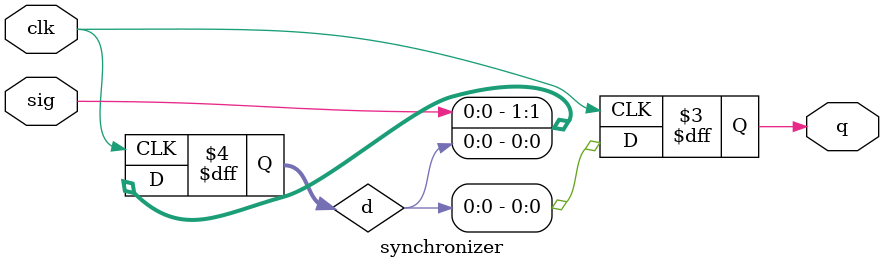
<source format=sv>
module synchronizer #(
  parameter INPUT_WIDTH = 1,
  parameter SYNC_WIDTH = 2
) (
  input wire clk,
  input wire [INPUT_WIDTH-1:0] sig,

  output reg [INPUT_WIDTH-1:0] q
);
  reg [SYNC_WIDTH * INPUT_WIDTH - 1 : 0] d;

  integer i;
  always @(posedge clk) begin
    for (i = 0; i <= SYNC_WIDTH - 2; i = i + 1) begin
      d[i] <= d[(i + 1) * INPUT_WIDTH - 1];
    end
    d[SYNC_WIDTH-1] <= sig;
    q <= d[0];
  end
endmodule

</source>
